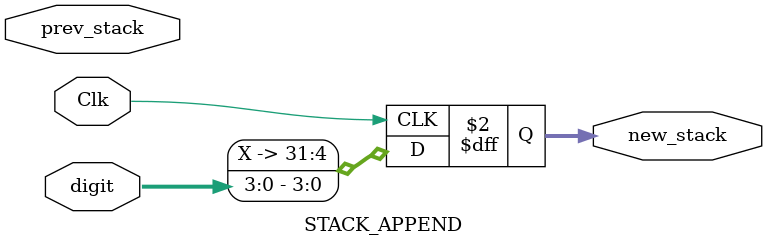
<source format=v>
module STACK_APPEND(
	input Clk,
	input[3:0] digit,
	input[31:0] prev_stack,
	output[31:0] new_stack
);

always@(posedge Clk)begin
	new_stack = {pre_stack[27:0],digit};
end

endmodule

</source>
